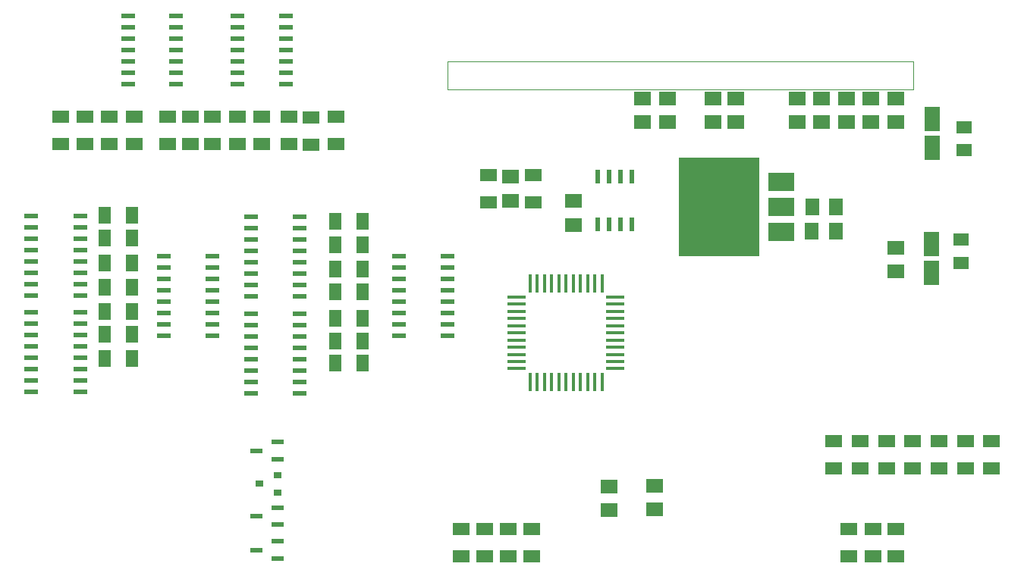
<source format=gbp>
G04*
G04 #@! TF.GenerationSoftware,Altium Limited,Altium Designer,19.1.7 (138)*
G04*
G04 Layer_Color=128*
%FSLAX44Y44*%
%MOMM*%
G71*
G01*
G75*
%ADD12C,0.0500*%
%ADD16R,1.4000X1.9000*%
%ADD17R,1.9000X1.4000*%
%ADD62R,1.9500X1.6000*%
%ADD63R,1.5500X0.6000*%
%ADD64R,3.0000X2.0000*%
%ADD65R,9.0000X11.0000*%
%ADD66R,1.4000X0.6000*%
%ADD67R,0.9000X0.8000*%
%ADD68R,1.6800X2.7000*%
%ADD69R,0.6000X1.5500*%
%ADD70R,1.8000X1.4000*%
%ADD71R,1.6000X1.9500*%
%ADD72R,1.5200X0.6000*%
%ADD73R,2.0000X0.4500*%
%ADD74R,0.4500X2.0000*%
D12*
X738400Y790000D02*
Y821000D01*
X1258150D01*
Y790000D01*
X738400D01*
D16*
X386750Y489000D02*
D03*
Y516500D02*
D03*
Y541500D02*
D03*
Y569000D02*
D03*
Y596500D02*
D03*
Y624000D02*
D03*
Y649000D02*
D03*
X356250D02*
D03*
Y624000D02*
D03*
Y596500D02*
D03*
Y569000D02*
D03*
Y541500D02*
D03*
Y516500D02*
D03*
Y489000D02*
D03*
X613750Y484000D02*
D03*
X644250D02*
D03*
Y509000D02*
D03*
Y534000D02*
D03*
Y564000D02*
D03*
Y589000D02*
D03*
X644250Y616500D02*
D03*
Y643000D02*
D03*
X613750D02*
D03*
Y616500D02*
D03*
X613750Y589000D02*
D03*
Y564000D02*
D03*
Y534000D02*
D03*
Y509000D02*
D03*
D17*
X614000Y728750D02*
D03*
Y759250D02*
D03*
X586500Y759000D02*
D03*
Y728500D02*
D03*
X561500Y759250D02*
D03*
Y728750D02*
D03*
X531500Y759250D02*
D03*
Y728750D02*
D03*
X504000Y759250D02*
D03*
Y728750D02*
D03*
X476500Y759250D02*
D03*
Y728750D02*
D03*
X451500Y759250D02*
D03*
Y728750D02*
D03*
X426500Y759250D02*
D03*
Y728750D02*
D03*
X389000Y759250D02*
D03*
Y728750D02*
D03*
X361500Y759250D02*
D03*
Y728750D02*
D03*
X334000Y759250D02*
D03*
X306500D02*
D03*
Y728750D02*
D03*
X334000D02*
D03*
X754000Y299250D02*
D03*
X780000D02*
D03*
Y268750D02*
D03*
X754000D02*
D03*
X806500D02*
D03*
X833000D02*
D03*
Y299250D02*
D03*
X806500D02*
D03*
X1170000Y366750D02*
D03*
Y397250D02*
D03*
X1199000Y366750D02*
D03*
X1229000D02*
D03*
X1258000D02*
D03*
X1287000D02*
D03*
X1317000D02*
D03*
X1346000D02*
D03*
Y397250D02*
D03*
X1317000D02*
D03*
X1287000D02*
D03*
X1258000D02*
D03*
X1229000D02*
D03*
X1199000D02*
D03*
X1186500Y299250D02*
D03*
Y268750D02*
D03*
X1214000D02*
D03*
X1239000D02*
D03*
Y299250D02*
D03*
X1214000D02*
D03*
X834000Y694250D02*
D03*
Y663750D02*
D03*
X784000Y694250D02*
D03*
Y663750D02*
D03*
D62*
X809000Y665750D02*
D03*
Y692250D02*
D03*
X879000Y638750D02*
D03*
Y665250D02*
D03*
X984000Y753250D02*
D03*
Y779750D02*
D03*
X956500D02*
D03*
Y753250D02*
D03*
X1035000Y753500D02*
D03*
Y780000D02*
D03*
X1060250Y779750D02*
D03*
Y753250D02*
D03*
X1129000Y753250D02*
D03*
Y779750D02*
D03*
X1156500D02*
D03*
Y753250D02*
D03*
X1184000D02*
D03*
Y779750D02*
D03*
X1211500D02*
D03*
Y753250D02*
D03*
X1239000D02*
D03*
Y779750D02*
D03*
Y613250D02*
D03*
Y586750D02*
D03*
X970000Y347250D02*
D03*
Y320750D02*
D03*
X919000Y346250D02*
D03*
Y319750D02*
D03*
D63*
X476000Y514550D02*
D03*
Y527250D02*
D03*
Y539950D02*
D03*
Y552650D02*
D03*
Y565350D02*
D03*
Y578050D02*
D03*
Y590750D02*
D03*
Y603450D02*
D03*
X422000D02*
D03*
Y590750D02*
D03*
Y578050D02*
D03*
Y565350D02*
D03*
Y552650D02*
D03*
Y539950D02*
D03*
Y527250D02*
D03*
Y514550D02*
D03*
X684500D02*
D03*
Y527250D02*
D03*
Y539950D02*
D03*
Y552650D02*
D03*
Y565350D02*
D03*
Y578050D02*
D03*
Y590750D02*
D03*
Y603450D02*
D03*
X738500Y552650D02*
D03*
Y539950D02*
D03*
Y527250D02*
D03*
Y514550D02*
D03*
Y565350D02*
D03*
Y578050D02*
D03*
Y590750D02*
D03*
Y603450D02*
D03*
X558500Y795900D02*
D03*
Y808600D02*
D03*
Y821300D02*
D03*
Y834000D02*
D03*
Y846700D02*
D03*
Y859400D02*
D03*
Y872100D02*
D03*
X504500D02*
D03*
Y859400D02*
D03*
Y846700D02*
D03*
Y834000D02*
D03*
Y821300D02*
D03*
Y808600D02*
D03*
Y795900D02*
D03*
X436000Y872100D02*
D03*
Y859400D02*
D03*
Y846700D02*
D03*
Y834000D02*
D03*
Y821300D02*
D03*
Y808600D02*
D03*
Y795900D02*
D03*
X382000Y846700D02*
D03*
Y859400D02*
D03*
Y834000D02*
D03*
Y821300D02*
D03*
Y808600D02*
D03*
Y795900D02*
D03*
Y872100D02*
D03*
D64*
X1111500Y631100D02*
D03*
Y659000D02*
D03*
Y686900D02*
D03*
D65*
X1042000Y659000D02*
D03*
D66*
X525000Y275457D02*
D03*
X549000Y265957D02*
D03*
Y284957D02*
D03*
Y303957D02*
D03*
Y322957D02*
D03*
X525000Y313457D02*
D03*
X549000Y376957D02*
D03*
Y395957D02*
D03*
X525000Y386457D02*
D03*
D67*
X529000Y349457D02*
D03*
X549000Y339957D02*
D03*
Y358957D02*
D03*
D68*
X1279000Y585000D02*
D03*
Y617500D02*
D03*
X1280000Y724500D02*
D03*
Y757000D02*
D03*
D69*
X905950Y639000D02*
D03*
X918650D02*
D03*
X931350D02*
D03*
X944050D02*
D03*
Y693000D02*
D03*
X931350D02*
D03*
X918650D02*
D03*
X905950D02*
D03*
D70*
X1312000Y596000D02*
D03*
Y622000D02*
D03*
X1315000Y722000D02*
D03*
Y748000D02*
D03*
D71*
X1145500Y631250D02*
D03*
X1172000D02*
D03*
X1172250Y659000D02*
D03*
X1145750D02*
D03*
D72*
X329000Y452050D02*
D03*
Y464750D02*
D03*
Y477450D02*
D03*
Y490150D02*
D03*
Y502850D02*
D03*
Y515550D02*
D03*
Y528250D02*
D03*
Y540950D02*
D03*
Y559550D02*
D03*
Y572250D02*
D03*
Y584950D02*
D03*
Y597650D02*
D03*
Y610350D02*
D03*
Y623050D02*
D03*
Y635750D02*
D03*
Y648450D02*
D03*
X274000D02*
D03*
Y635750D02*
D03*
Y623050D02*
D03*
Y610350D02*
D03*
Y597650D02*
D03*
Y584950D02*
D03*
Y572250D02*
D03*
Y559550D02*
D03*
Y540950D02*
D03*
Y528250D02*
D03*
Y515550D02*
D03*
Y502850D02*
D03*
Y490150D02*
D03*
Y477450D02*
D03*
Y464750D02*
D03*
Y452050D02*
D03*
X519000Y450500D02*
D03*
Y463200D02*
D03*
Y475900D02*
D03*
Y488600D02*
D03*
Y501300D02*
D03*
Y514000D02*
D03*
Y526700D02*
D03*
Y539400D02*
D03*
X519000Y558600D02*
D03*
Y571300D02*
D03*
Y584000D02*
D03*
Y596700D02*
D03*
Y609400D02*
D03*
Y622100D02*
D03*
Y634800D02*
D03*
Y647500D02*
D03*
X574000Y609400D02*
D03*
Y596700D02*
D03*
Y584000D02*
D03*
Y571300D02*
D03*
Y558600D02*
D03*
X574000Y539400D02*
D03*
Y526700D02*
D03*
Y514000D02*
D03*
Y501300D02*
D03*
Y488600D02*
D03*
Y475900D02*
D03*
Y463200D02*
D03*
Y450500D02*
D03*
X574000Y622100D02*
D03*
Y634800D02*
D03*
Y647500D02*
D03*
D73*
X816000Y478000D02*
D03*
Y486000D02*
D03*
Y494000D02*
D03*
Y502000D02*
D03*
Y510000D02*
D03*
Y518000D02*
D03*
Y526000D02*
D03*
Y534000D02*
D03*
Y542000D02*
D03*
Y550000D02*
D03*
Y558000D02*
D03*
X926000Y494000D02*
D03*
Y486000D02*
D03*
Y478000D02*
D03*
Y502000D02*
D03*
Y510000D02*
D03*
Y518000D02*
D03*
Y526000D02*
D03*
Y534000D02*
D03*
Y542000D02*
D03*
Y550000D02*
D03*
Y558000D02*
D03*
D74*
X831000Y463000D02*
D03*
X839000D02*
D03*
X847000D02*
D03*
X855000D02*
D03*
X863000D02*
D03*
X871000D02*
D03*
X879000D02*
D03*
X887000D02*
D03*
X895000D02*
D03*
X903000D02*
D03*
X911000D02*
D03*
Y573000D02*
D03*
X903000D02*
D03*
X895000D02*
D03*
X887000D02*
D03*
X879000D02*
D03*
X871000D02*
D03*
X863000D02*
D03*
X855000D02*
D03*
X847000D02*
D03*
X839000D02*
D03*
X831000D02*
D03*
M02*

</source>
